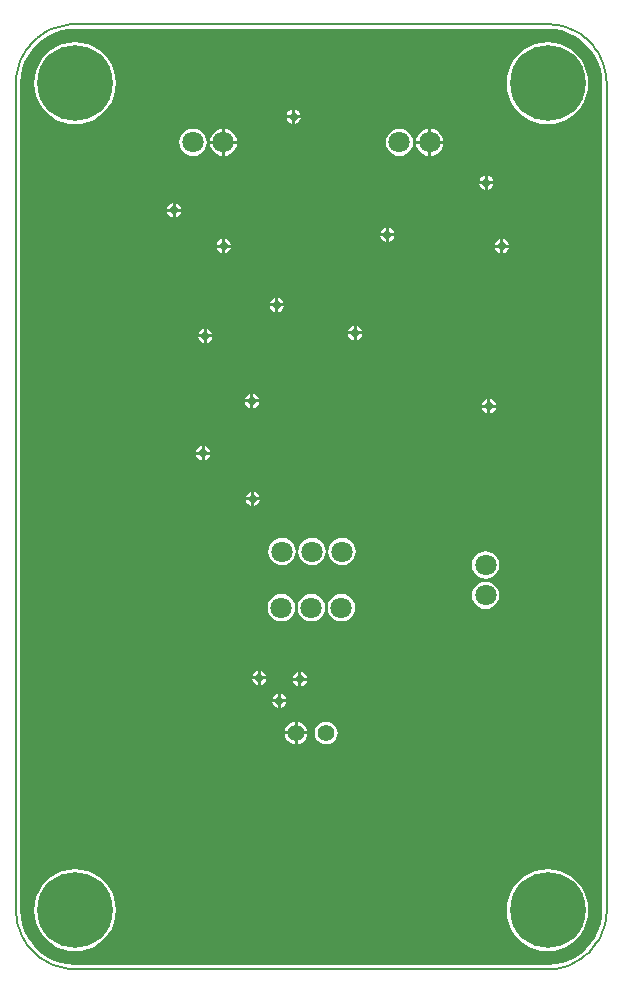
<source format=gbl>
%FSDAX24Y24*%
%MOIN*%
%SFA1B1*%

%IPPOS*%
%ADD17C,0.007900*%
%ADD18C,0.055100*%
%ADD19C,0.070900*%
%ADD20C,0.252000*%
%ADD21C,0.027600*%
%LNcurrentsource-1*%
%LPD*%
G36*
X057325Y070710D02*
X057560Y070664D01*
X057786Y070587*
X058001Y070481*
X058200Y070348*
X058379Y070190*
X058537Y070011*
X058670Y069812*
X058776Y069597*
X058853Y069371*
X058899Y069136*
X058914Y068905*
X058913Y068898*
Y041339*
X058914Y041332*
X058899Y041100*
X058853Y040865*
X058776Y040639*
X058670Y040424*
X058537Y040226*
X058379Y040046*
X058200Y039888*
X058001Y039755*
X057786Y039650*
X057560Y039573*
X057325Y039526*
X057094Y039511*
X057087Y039512*
X041339*
X041332Y039511*
X041100Y039526*
X040865Y039573*
X040639Y039650*
X040424Y039755*
X040226Y039888*
X040046Y040046*
X039888Y040226*
X039755Y040424*
X039650Y040639*
X039573Y040865*
X039526Y041100*
X039511Y041332*
X039512Y041339*
Y068898*
X039511Y068904*
X039526Y069136*
X039573Y069371*
X039650Y069597*
X039755Y069812*
X039888Y070011*
X040046Y070190*
X040226Y070348*
X040424Y070481*
X040639Y070587*
X040865Y070664*
X041100Y070710*
X041332Y070725*
X041339Y070724*
X057087*
X057093Y070725*
X057325Y070710*
G37*
%LNcurrentsource-2*%
%LPC*%
G36*
X047310Y055283D02*
Y055100D01*
X047493*
X047484Y055143*
X047431Y055221*
X047353Y055274*
X047310Y055283*
G37*
G36*
X047210D02*
X047167Y055274D01*
X047089Y055221*
X047036Y055143*
X047027Y055100*
X047210*
Y055283*
G37*
G36*
X045560Y056520D02*
X045377D01*
X045386Y056477*
X045439Y056399*
X045517Y056346*
X045560Y056337*
Y056520*
G37*
G36*
Y056803D02*
X045517Y056794D01*
X045439Y056741*
X045386Y056663*
X045377Y056620*
X045560*
Y056803*
G37*
G36*
X045843Y056520D02*
X045660D01*
Y056337*
X045703Y056346*
X045781Y056399*
X045834Y056477*
X045843Y056520*
G37*
G36*
X047493Y055000D02*
X047310D01*
Y054817*
X047353Y054826*
X047431Y054879*
X047484Y054957*
X047493Y055000*
G37*
G36*
X048240Y053748D02*
X048121Y053733D01*
X048011Y053687*
X047916Y053614*
X047843Y053519*
X047797Y053409*
X047782Y053290*
X047797Y053171*
X047843Y053061*
X047916Y052966*
X048011Y052893*
X048121Y052847*
X048240Y052832*
X048359Y052847*
X048469Y052893*
X048564Y052966*
X048637Y053061*
X048683Y053171*
X048698Y053290*
X048683Y053409*
X048637Y053519*
X048564Y053614*
X048469Y053687*
X048359Y053733*
X048240Y053748*
G37*
G36*
X055020Y053298D02*
X054901Y053283D01*
X054791Y053237*
X054696Y053164*
X054623Y053069*
X054577Y052959*
X054562Y052840*
X054577Y052721*
X054623Y052611*
X054696Y052516*
X054791Y052443*
X054901Y052397*
X055020Y052382*
X055139Y052397*
X055249Y052443*
X055344Y052516*
X055417Y052611*
X055463Y052721*
X055478Y052840*
X055463Y052959*
X055417Y053069*
X055344Y053164*
X055249Y053237*
X055139Y053283*
X055020Y053298*
G37*
G36*
X049240Y053748D02*
X049121Y053733D01*
X049011Y053687*
X048916Y053614*
X048843Y053519*
X048797Y053409*
X048782Y053290*
X048797Y053171*
X048843Y053061*
X048916Y052966*
X049011Y052893*
X049121Y052847*
X049240Y052832*
X049359Y052847*
X049469Y052893*
X049564Y052966*
X049637Y053061*
X049683Y053171*
X049698Y053290*
X049683Y053409*
X049637Y053519*
X049564Y053614*
X049469Y053687*
X049359Y053733*
X049240Y053748*
G37*
G36*
X047210Y055000D02*
X047027D01*
X047036Y054957*
X047089Y054879*
X047167Y054826*
X047210Y054817*
Y055000*
G37*
G36*
X050240Y053748D02*
X050121Y053733D01*
X050011Y053687*
X049916Y053614*
X049843Y053519*
X049797Y053409*
X049782Y053290*
X049797Y053171*
X049843Y053061*
X049916Y052966*
X050011Y052893*
X050121Y052847*
X050240Y052832*
X050359Y052847*
X050469Y052893*
X050564Y052966*
X050637Y053061*
X050683Y053171*
X050698Y053290*
X050683Y053409*
X050637Y053519*
X050564Y053614*
X050469Y053687*
X050359Y053733*
X050240Y053748*
G37*
G36*
X047180Y058543D02*
X047137Y058534D01*
X047059Y058481*
X047006Y058403*
X046997Y058360*
X047180*
Y058543*
G37*
G36*
X055180Y058373D02*
Y058190D01*
X055363*
X055354Y058233*
X055301Y058311*
X055223Y058364*
X055180Y058373*
G37*
G36*
X047280Y058543D02*
Y058360D01*
X047463*
X047454Y058403*
X047401Y058481*
X047323Y058534*
X047280Y058543*
G37*
G36*
X045913Y060430D02*
X045730D01*
Y060247*
X045773Y060256*
X045851Y060309*
X045904Y060387*
X045913Y060430*
G37*
G36*
X045630D02*
X045447D01*
X045456Y060387*
X045509Y060309*
X045587Y060256*
X045630Y060247*
Y060430*
G37*
G36*
X055080Y058373D02*
X055037Y058364D01*
X054959Y058311*
X054906Y058233*
X054897Y058190*
X055080*
Y058373*
G37*
G36*
Y058090D02*
X054897D01*
X054906Y058047*
X054959Y057969*
X055037Y057916*
X055080Y057907*
Y058090*
G37*
G36*
X045660Y056803D02*
Y056620D01*
X045843*
X045834Y056663*
X045781Y056741*
X045703Y056794*
X045660Y056803*
G37*
G36*
X055363Y058090D02*
X055180D01*
Y057907*
X055223Y057916*
X055301Y057969*
X055354Y058047*
X055363Y058090*
G37*
G36*
X047463Y058260D02*
X047280D01*
Y058077*
X047323Y058086*
X047401Y058139*
X047454Y058217*
X047463Y058260*
G37*
G36*
X047180D02*
X046997D01*
X047006Y058217*
X047059Y058139*
X047137Y058086*
X047180Y058077*
Y058260*
G37*
G36*
X055020Y052289D02*
X054901Y052274D01*
X054791Y052228*
X054696Y052155*
X054623Y052060*
X054577Y051950*
X054562Y051831*
X054577Y051713*
X054623Y051602*
X054696Y051507*
X054791Y051434*
X054901Y051389*
X055020Y051373*
X055139Y051389*
X055249Y051434*
X055344Y051507*
X055417Y051602*
X055463Y051713*
X055478Y051831*
X055463Y051950*
X055417Y052060*
X055344Y052155*
X055249Y052228*
X055139Y052274*
X055020Y052289*
G37*
G36*
X048100Y048270D02*
X047917D01*
X047926Y048227*
X047979Y048149*
X048057Y048096*
X048100Y048087*
Y048270*
G37*
G36*
X048763Y047616D02*
Y047294D01*
X049085*
X049079Y047342*
X049041Y047434*
X048980Y047512*
X048902Y047572*
X048811Y047610*
X048763Y047616*
G37*
G36*
X048383Y048270D02*
X048200D01*
Y048087*
X048243Y048096*
X048321Y048149*
X048374Y048227*
X048383Y048270*
G37*
G36*
X048200Y048553D02*
Y048370D01*
X048383*
X048374Y048413*
X048321Y048491*
X048243Y048544*
X048200Y048553*
G37*
G36*
X048100D02*
X048057Y048544D01*
X047979Y048491*
X047926Y048413*
X047917Y048370*
X048100*
Y048553*
G37*
G36*
X048663Y047616D02*
X048615Y047610D01*
X048523Y047572*
X048445Y047512*
X048385Y047434*
X048347Y047342*
X048340Y047294*
X048663*
Y047616*
G37*
G36*
X057087Y042703D02*
X056873Y042686D01*
X056665Y042636*
X056467Y042554*
X056285Y042442*
X056122Y042303*
X055983Y042140*
X055871Y041958*
X055789Y041760*
X055739Y041552*
X055723Y041339*
X055739Y041125*
X055789Y040917*
X055871Y040719*
X055983Y040537*
X056122Y040374*
X056285Y040235*
X056467Y040123*
X056665Y040041*
X056873Y039991*
X057087Y039975*
X057300Y039991*
X057508Y040041*
X057706Y040123*
X057888Y040235*
X058051Y040374*
X058190Y040537*
X058302Y040719*
X058384Y040917*
X058434Y041125*
X058451Y041339*
X058434Y041552*
X058384Y041760*
X058302Y041958*
X058190Y042140*
X058051Y042303*
X057888Y042442*
X057706Y042554*
X057508Y042636*
X057300Y042686*
X057087Y042703*
G37*
G36*
X041339D02*
X041125Y042686D01*
X040917Y042636*
X040719Y042554*
X040537Y042442*
X040374Y042303*
X040235Y042140*
X040123Y041958*
X040041Y041760*
X039991Y041552*
X039975Y041339*
X039991Y041125*
X040041Y040917*
X040123Y040719*
X040235Y040537*
X040374Y040374*
X040537Y040235*
X040719Y040123*
X040917Y040041*
X041125Y039991*
X041339Y039975*
X041552Y039991*
X041760Y040041*
X041958Y040123*
X042140Y040235*
X042303Y040374*
X042442Y040537*
X042554Y040719*
X042636Y040917*
X042686Y041125*
X042703Y041339*
X042686Y041552*
X042636Y041760*
X042554Y041958*
X042442Y042140*
X042303Y042303*
X042140Y042442*
X041958Y042554*
X041760Y042636*
X041552Y042686*
X041339Y042703*
G37*
G36*
X049713Y047623D02*
X049615Y047610D01*
X049523Y047572*
X049445Y047512*
X049385Y047434*
X049347Y047342*
X049334Y047244*
X049347Y047146*
X049385Y047055*
X049445Y046976*
X049523Y046916*
X049615Y046878*
X049713Y046865*
X049811Y046878*
X049902Y046916*
X049980Y046976*
X050041Y047055*
X050079Y047146*
X050091Y047244*
X050079Y047342*
X050041Y047434*
X049980Y047512*
X049902Y047572*
X049811Y047610*
X049713Y047623*
G37*
G36*
X049085Y047194D02*
X048763D01*
Y046872*
X048811Y046878*
X048902Y046916*
X048980Y046976*
X049041Y047055*
X049079Y047146*
X049085Y047194*
G37*
G36*
X048663D02*
X048340D01*
X048347Y047146*
X048385Y047055*
X048445Y046976*
X048523Y046916*
X048615Y046878*
X048663Y046872*
Y047194*
G37*
G36*
X047530Y049313D02*
Y049130D01*
X047713*
X047704Y049173*
X047651Y049251*
X047573Y049304*
X047530Y049313*
G37*
G36*
X047430D02*
X047387Y049304D01*
X047309Y049251*
X047256Y049173*
X047247Y049130*
X047430*
Y049313*
G37*
G36*
X048213Y051878D02*
X048094Y051863D01*
X047983Y051817*
X047889Y051744*
X047816Y051649*
X047770Y051539*
X047754Y051420*
X047770Y051301*
X047816Y051191*
X047889Y051096*
X047983Y051023*
X048094Y050977*
X048213Y050962*
X048331Y050977*
X048442Y051023*
X048537Y051096*
X048609Y051191*
X048655Y051301*
X048671Y051420*
X048655Y051539*
X048609Y051649*
X048537Y051744*
X048442Y051817*
X048331Y051863*
X048213Y051878*
G37*
G36*
X050213D02*
X050094Y051863D01*
X049983Y051817*
X049889Y051744*
X049816Y051649*
X049770Y051539*
X049754Y051420*
X049770Y051301*
X049816Y051191*
X049889Y051096*
X049983Y051023*
X050094Y050977*
X050213Y050962*
X050331Y050977*
X050442Y051023*
X050537Y051096*
X050609Y051191*
X050655Y051301*
X050671Y051420*
X050655Y051539*
X050609Y051649*
X050537Y051744*
X050442Y051817*
X050331Y051863*
X050213Y051878*
G37*
G36*
X049213D02*
X049094Y051863D01*
X048983Y051817*
X048889Y051744*
X048816Y051649*
X048770Y051539*
X048754Y051420*
X048770Y051301*
X048816Y051191*
X048889Y051096*
X048983Y051023*
X049094Y050977*
X049213Y050962*
X049331Y050977*
X049442Y051023*
X049537Y051096*
X049609Y051191*
X049655Y051301*
X049671Y051420*
X049655Y051539*
X049609Y051649*
X049537Y051744*
X049442Y051817*
X049331Y051863*
X049213Y051878*
G37*
G36*
X048880Y049273D02*
Y049090D01*
X049063*
X049054Y049133*
X049001Y049211*
X048923Y049264*
X048880Y049273*
G37*
G36*
X049063Y048990D02*
X048880D01*
Y048807*
X048923Y048816*
X049001Y048869*
X049054Y048947*
X049063Y048990*
G37*
G36*
X048780D02*
X048597D01*
X048606Y048947*
X048659Y048869*
X048737Y048816*
X048780Y048807*
Y048990*
G37*
G36*
X047430Y049030D02*
X047247D01*
X047256Y048987*
X047309Y048909*
X047387Y048856*
X047430Y048847*
Y049030*
G37*
G36*
X048780Y049273D02*
X048737Y049264D01*
X048659Y049211*
X048606Y049133*
X048597Y049090*
X048780*
Y049273*
G37*
G36*
X047713Y049030D02*
X047530D01*
Y048847*
X047573Y048856*
X047651Y048909*
X047704Y048987*
X047713Y049030*
G37*
G36*
X050620Y060530D02*
X050437D01*
X050446Y060487*
X050499Y060409*
X050577Y060356*
X050620Y060347*
Y060530*
G37*
G36*
X052150Y067387D02*
X052031Y067372D01*
X051920Y067326*
X051826Y067253*
X051753Y067158*
X051707Y067048*
X051691Y066929*
X051707Y066811*
X051753Y066700*
X051826Y066605*
X051920Y066532*
X052031Y066487*
X052150Y066471*
X052268Y066487*
X052379Y066532*
X052474Y066605*
X052546Y066700*
X052592Y066811*
X052608Y066929*
X052592Y067048*
X052546Y067158*
X052474Y067253*
X052379Y067326*
X052268Y067372*
X052150Y067387*
G37*
G36*
X045276D02*
X045157Y067372D01*
X045046Y067326*
X044952Y067253*
X044879Y067158*
X044833Y067048*
X044817Y066929*
X044833Y066811*
X044879Y066700*
X044952Y066605*
X045046Y066532*
X045157Y066487*
X045276Y066471*
X045394Y066487*
X045505Y066532*
X045600Y066605*
X045672Y066700*
X045718Y066811*
X045734Y066929*
X045718Y067048*
X045672Y067158*
X045600Y067253*
X045505Y067326*
X045394Y067372*
X045276Y067387*
G37*
G36*
X046234Y066879D02*
X045833D01*
X045842Y066811*
X045888Y066700*
X045960Y066605*
X046055Y066532*
X046166Y066487*
X046234Y066477*
Y066879*
G37*
G36*
X053108D02*
X052707D01*
X052716Y066811*
X052762Y066700*
X052834Y066605*
X052929Y066532*
X053040Y066487*
X053108Y066477*
Y066879*
G37*
G36*
X046736D02*
X046334D01*
Y066477*
X046403Y066487*
X046514Y066532*
X046608Y066605*
X046681Y066700*
X046727Y066811*
X046736Y066879*
G37*
G36*
X055100Y065823D02*
Y065640D01*
X055283*
X055274Y065683*
X055221Y065761*
X055143Y065814*
X055100Y065823*
G37*
G36*
X044690Y064893D02*
Y064710D01*
X044873*
X044864Y064753*
X044811Y064831*
X044733Y064884*
X044690Y064893*
G37*
G36*
X044590D02*
X044547Y064884D01*
X044469Y064831*
X044416Y064753*
X044407Y064710*
X044590*
Y064893*
G37*
G36*
X055000Y065540D02*
X054817D01*
X054826Y065497*
X054879Y065419*
X054957Y065366*
X055000Y065357*
Y065540*
G37*
G36*
Y065823D02*
X054957Y065814D01*
X054879Y065761*
X054826Y065683*
X054817Y065640*
X055000*
Y065823*
G37*
G36*
X055283Y065540D02*
X055100D01*
Y065357*
X055143Y065366*
X055221Y065419*
X055274Y065497*
X055283Y065540*
G37*
G36*
X048570Y067740D02*
X048387D01*
X048396Y067697*
X048449Y067619*
X048527Y067566*
X048570Y067557*
Y067740*
G37*
G36*
X057087Y070262D02*
X056873Y070245D01*
X056665Y070195*
X056467Y070113*
X056285Y070001*
X056122Y069862*
X055983Y069699*
X055871Y069517*
X055789Y069319*
X055739Y069111*
X055723Y068898*
X055739Y068684*
X055789Y068476*
X055871Y068278*
X055983Y068096*
X056122Y067933*
X056285Y067794*
X056467Y067682*
X056665Y067600*
X056873Y067550*
X057087Y067534*
X057300Y067550*
X057508Y067600*
X057706Y067682*
X057888Y067794*
X058051Y067933*
X058190Y068096*
X058302Y068278*
X058384Y068476*
X058434Y068684*
X058451Y068898*
X058434Y069111*
X058384Y069319*
X058302Y069517*
X058190Y069699*
X058051Y069862*
X057888Y070001*
X057706Y070113*
X057508Y070195*
X057300Y070245*
X057087Y070262*
G37*
G36*
X048853Y067740D02*
X048670D01*
Y067557*
X048713Y067566*
X048791Y067619*
X048844Y067697*
X048853Y067740*
G37*
G36*
X048670Y068023D02*
Y067840D01*
X048853*
X048844Y067883*
X048791Y067961*
X048713Y068014*
X048670Y068023*
G37*
G36*
X048570D02*
X048527Y068014D01*
X048449Y067961*
X048396Y067883*
X048387Y067840*
X048570*
Y068023*
G37*
G36*
X041339Y070262D02*
X041125Y070245D01*
X040917Y070195*
X040719Y070113*
X040537Y070001*
X040374Y069862*
X040235Y069699*
X040123Y069517*
X040041Y069319*
X039991Y069111*
X039975Y068898*
X039991Y068684*
X040041Y068476*
X040123Y068278*
X040235Y068096*
X040374Y067933*
X040537Y067794*
X040719Y067682*
X040917Y067600*
X041125Y067550*
X041339Y067534*
X041552Y067550*
X041760Y067600*
X041958Y067682*
X042140Y067794*
X042303Y067933*
X042442Y068096*
X042554Y068278*
X042636Y068476*
X042686Y068684*
X042703Y068898*
X042686Y069111*
X042636Y069319*
X042554Y069517*
X042442Y069699*
X042303Y069862*
X042140Y070001*
X041958Y070113*
X041760Y070195*
X041552Y070245*
X041339Y070262*
G37*
G36*
X046234Y067381D02*
X046166Y067372D01*
X046055Y067326*
X045960Y067253*
X045888Y067158*
X045842Y067048*
X045833Y066979*
X046234*
Y067381*
G37*
G36*
X053610Y066879D02*
X053208D01*
Y066477*
X053277Y066487*
X053388Y066532*
X053482Y066605*
X053555Y066700*
X053601Y066811*
X053610Y066879*
G37*
G36*
X046334Y067381D02*
Y066979D01*
X046736*
X046727Y067048*
X046681Y067158*
X046608Y067253*
X046514Y067326*
X046403Y067372*
X046334Y067381*
G37*
G36*
X053208D02*
Y066979D01*
X053610*
X053601Y067048*
X053555Y067158*
X053482Y067253*
X053388Y067326*
X053277Y067372*
X053208Y067381*
G37*
G36*
X053108D02*
X053040Y067372D01*
X052929Y067326*
X052834Y067253*
X052762Y067158*
X052716Y067048*
X052707Y066979*
X053108*
Y067381*
G37*
G36*
X044873Y064610D02*
X044690D01*
Y064427*
X044733Y064436*
X044811Y064489*
X044864Y064567*
X044873Y064610*
G37*
G36*
X048010Y061743D02*
X047967Y061734D01*
X047889Y061681*
X047836Y061603*
X047827Y061560*
X048010*
Y061743*
G37*
G36*
X048293Y061460D02*
X048110D01*
Y061277*
X048153Y061286*
X048231Y061339*
X048284Y061417*
X048293Y061460*
G37*
G36*
X048110Y061743D02*
Y061560D01*
X048293*
X048284Y061603*
X048231Y061681*
X048153Y061734*
X048110Y061743*
G37*
G36*
X046523Y063420D02*
X046340D01*
Y063237*
X046383Y063246*
X046461Y063299*
X046514Y063377*
X046523Y063420*
G37*
G36*
X046240D02*
X046057D01*
X046066Y063377*
X046119Y063299*
X046197Y063246*
X046240Y063237*
Y063420*
G37*
G36*
X048010Y061460D02*
X047827D01*
X047836Y061417*
X047889Y061339*
X047967Y061286*
X048010Y061277*
Y061460*
G37*
G36*
X045630Y060713D02*
X045587Y060704D01*
X045509Y060651*
X045456Y060573*
X045447Y060530*
X045630*
Y060713*
G37*
G36*
X050903Y060530D02*
X050720D01*
Y060347*
X050763Y060356*
X050841Y060409*
X050894Y060487*
X050903Y060530*
G37*
G36*
X045730Y060713D02*
Y060530D01*
X045913*
X045904Y060573*
X045851Y060651*
X045773Y060704*
X045730Y060713*
G37*
G36*
X050720Y060813D02*
Y060630D01*
X050903*
X050894Y060673*
X050841Y060751*
X050763Y060804*
X050720Y060813*
G37*
G36*
X050620D02*
X050577Y060804D01*
X050499Y060751*
X050446Y060673*
X050437Y060630*
X050620*
Y060813*
G37*
G36*
X051983Y063800D02*
X051800D01*
Y063617*
X051843Y063626*
X051921Y063679*
X051974Y063757*
X051983Y063800*
G37*
G36*
X051700D02*
X051517D01*
X051526Y063757*
X051579Y063679*
X051657Y063626*
X051700Y063617*
Y063800*
G37*
G36*
Y064083D02*
X051657Y064074D01*
X051579Y064021*
X051526Y063943*
X051517Y063900*
X051700*
Y064083*
G37*
G36*
X044590Y064610D02*
X044407D01*
X044416Y064567*
X044469Y064489*
X044547Y064436*
X044590Y064427*
Y064610*
G37*
G36*
X051800Y064083D02*
Y063900D01*
X051983*
X051974Y063943*
X051921Y064021*
X051843Y064074*
X051800Y064083*
G37*
G36*
X055610Y063703D02*
Y063520D01*
X055793*
X055784Y063563*
X055731Y063641*
X055653Y063694*
X055610Y063703*
G37*
G36*
X055793Y063420D02*
X055610D01*
Y063237*
X055653Y063246*
X055731Y063299*
X055784Y063377*
X055793Y063420*
G37*
G36*
X055510D02*
X055327D01*
X055336Y063377*
X055389Y063299*
X055467Y063246*
X055510Y063237*
Y063420*
G37*
G36*
X046240Y063703D02*
X046197Y063694D01*
X046119Y063641*
X046066Y063563*
X046057Y063520*
X046240*
Y063703*
G37*
G36*
X055510D02*
X055467Y063694D01*
X055389Y063641*
X055336Y063563*
X055327Y063520*
X055510*
Y063703*
G37*
G36*
X046340D02*
Y063520D01*
X046523*
X046514Y063563*
X046461Y063641*
X046383Y063694*
X046340Y063703*
G37*
%LNcurrentsource-3*%
%LPD*%
G54D17*
X039370Y041340D02*
D01*
X039374Y041202*
X039389Y041065*
X039413Y040930*
X039446Y040797*
X039488Y040666*
X039540Y040539*
X039600Y040415*
X039669Y040296*
X039746Y040182*
X039830Y040074*
X039922Y039972*
X040021Y039876*
X040126Y039788*
X040237Y039707*
X040354Y039634*
X040475Y039570*
X040601Y039514*
X040730Y039467*
X040862Y039429*
X040997Y039400*
X041133Y039381*
X041270Y039372*
X041339Y039371*
X057087D02*
D01*
X057224Y039375*
X057361Y039390*
X057496Y039414*
X057629Y039447*
X057760Y039489*
X057887Y039541*
X058011Y039601*
X058130Y039670*
X058244Y039747*
X058352Y039831*
X058454Y039923*
X058550Y040022*
X058638Y040127*
X058719Y040238*
X058792Y040355*
X058856Y040476*
X058912Y040602*
X058959Y040731*
X058997Y040863*
X059026Y040998*
X059045Y041134*
X059054Y041271*
X059055Y041340*
Y068899D02*
D01*
X059050Y069036*
X059035Y069173*
X059011Y069308*
X058978Y069441*
X058936Y069572*
X058884Y069699*
X058824Y069823*
X058755Y069942*
X058678Y070056*
X058594Y070164*
X058502Y070266*
X058403Y070362*
X058298Y070450*
X058187Y070531*
X058070Y070604*
X057949Y070668*
X057823Y070724*
X057694Y070771*
X057562Y070809*
X057427Y070838*
X057291Y070857*
X057154Y070866*
X057087Y070868*
X041339D02*
D01*
X041201Y070863*
X041064Y070848*
X040929Y070824*
X040796Y070791*
X040665Y070749*
X040538Y070697*
X040414Y070637*
X040295Y070568*
X040181Y070491*
X040073Y070407*
X039971Y070315*
X039875Y070216*
X039787Y070111*
X039706Y070000*
X039633Y069883*
X039569Y069762*
X039513Y069636*
X039466Y069507*
X039428Y069375*
X039399Y069240*
X039380Y069104*
X039371Y068967*
X039370Y068899*
Y041340D02*
Y068899D01*
X041339Y039371D02*
X057087Y039372D01*
X059055Y068899D02*
Y041340D01*
X041339Y070868D02*
X057087D01*
G54D18*
X048713Y047244D03*
X049713D03*
G54D19*
X048213Y051420D03*
X049213D03*
X050213D03*
X045276Y066929D03*
X046284D03*
X052150D03*
X053158D03*
X050240Y053290D03*
X049240D03*
X048240D03*
X055020Y052840D03*
Y051831D03*
G54D20*
X041339Y068898D03*
X057087D03*
Y041339D03*
X041339D03*
G54D21*
X045680Y060480D03*
X050670Y060580D03*
X048060Y061510D03*
X047230Y058310D03*
X047480Y049080D03*
X048150Y048320D03*
X048830Y049040D03*
X047260Y055050D03*
X045610Y056570D03*
X046290Y063470D03*
X044640Y064660D03*
X048620Y067790D03*
X051750Y063850D03*
X055130Y058140D03*
X055560Y063470D03*
X055050Y065590D03*
M02*
</source>
